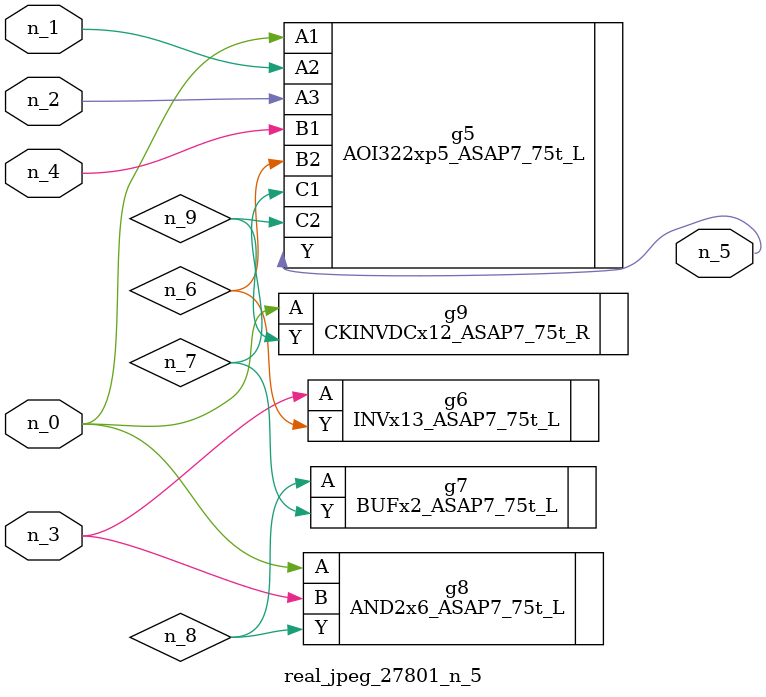
<source format=v>
module real_jpeg_27801_n_5 (n_4, n_0, n_1, n_2, n_3, n_5);

input n_4;
input n_0;
input n_1;
input n_2;
input n_3;

output n_5;

wire n_8;
wire n_6;
wire n_7;
wire n_9;

AOI322xp5_ASAP7_75t_L g5 ( 
.A1(n_0),
.A2(n_1),
.A3(n_2),
.B1(n_4),
.B2(n_6),
.C1(n_7),
.C2(n_9),
.Y(n_5)
);

AND2x6_ASAP7_75t_L g8 ( 
.A(n_0),
.B(n_3),
.Y(n_8)
);

CKINVDCx12_ASAP7_75t_R g9 ( 
.A(n_0),
.Y(n_9)
);

INVx13_ASAP7_75t_L g6 ( 
.A(n_3),
.Y(n_6)
);

BUFx2_ASAP7_75t_L g7 ( 
.A(n_8),
.Y(n_7)
);


endmodule
</source>
